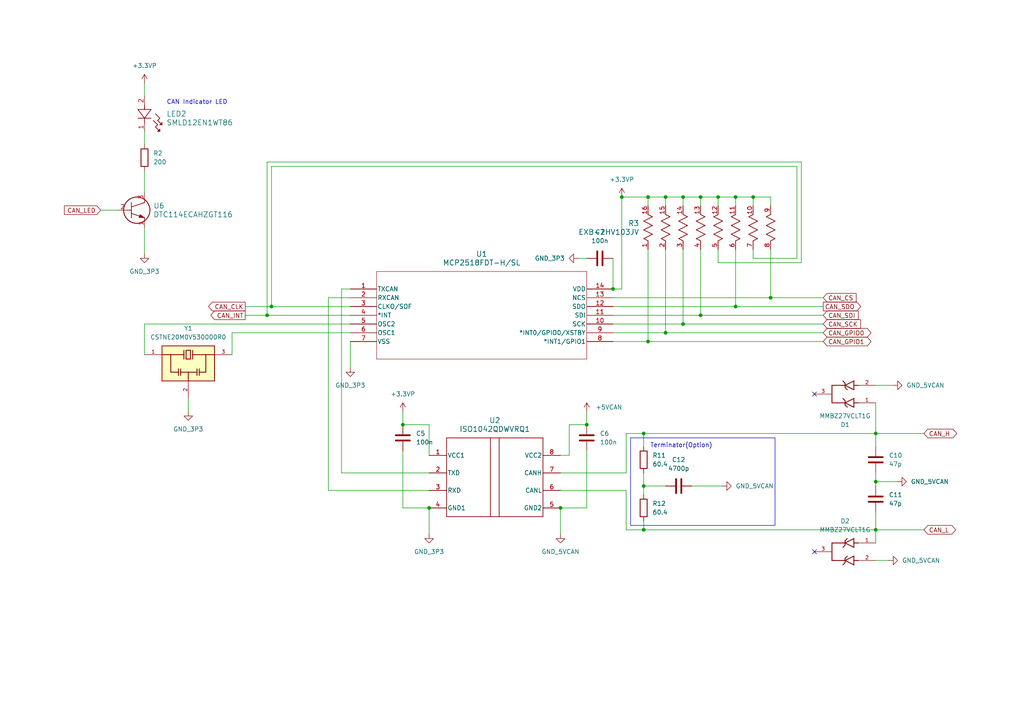
<source format=kicad_sch>
(kicad_sch (version 20250114) (generator "eeschema") (generator_version "9.0")
  (paper "A4")
  (title_block (title "CAN Isolation_Power Board") (date "2025-09-09") (rev "Ver.1.0") (company "ISHI-Kai"))
  (lib_symbols
    (symbol "CSTNE20M0V530000R0:CSTNE20M0V530000R0" (pin_names (offset 1.016))
      (property "Reference" "Y" (at -7.62 6.35 0))
      (property "Value" "CSTNE20M0V530000R0" (at 1.27 -6.35 0))
      (symbol "CSTNE20M0V530000R0_0_0"
        (polyline (pts (xy -7.62 2.54) (xy -5.08 2.54)) (stroke (width 0.254)))
        (rectangle (start -7.62 -5.08) (end 7.62 5.08) (stroke (width 0.254)) (fill (type background)))
        (polyline (pts (xy -5.08 2.54) (xy -1.27 2.54)) (stroke (width 0.254)))
        (polyline (pts (xy -5.08 -2.54) (xy -5.08 2.54)) (stroke (width 0.254)))
        (polyline (pts (xy -2.8575 -1.5875) (xy -2.8575 -2.54)) (stroke (width 0.254)))
        (polyline (pts (xy -2.8575 -2.54) (xy -5.08 -2.54)) (stroke (width 0.254)))
        (polyline (pts (xy -2.8575 -2.54) (xy -2.8575 -3.4925)) (stroke (width 0.254)))
        (polyline (pts (xy -2.2225 -1.5875) (xy -2.2225 -2.54)) (stroke (width 0.254)))
        (polyline (pts (xy -2.2225 -2.54) (xy -2.2225 -3.4925)) (stroke (width 0.254)))
        (polyline (pts (xy -1.27 3.81) (xy -1.27 2.54)) (stroke (width 0.254)))
        (polyline (pts (xy -1.27 2.54) (xy -1.27 1.27)) (stroke (width 0.254)))
        (polyline (pts (xy -0.635 3.81) (xy 0.635 3.81)) (stroke (width 0.254)))
        (polyline (pts (xy -0.635 1.27) (xy -0.635 3.81)) (stroke (width 0.254)))
        (polyline (pts (xy 0 -2.54) (xy -2.2225 -2.54)) (stroke (width 0.254)))
        (polyline (pts (xy 0 -2.54) (xy 2.54 -2.54)) (stroke (width 0.254)))
        (polyline (pts (xy 0 -5.08) (xy 0 -2.54)) (stroke (width 0.254)))
        (polyline (pts (xy 0.635 3.81) (xy 0.635 1.27)) (stroke (width 0.254)))
        (polyline (pts (xy 0.635 1.27) (xy -0.635 1.27)) (stroke (width 0.254)))
        (polyline (pts (xy 1.27 3.81) (xy 1.27 2.54)) (stroke (width 0.254)))
        (polyline (pts (xy 1.27 2.54) (xy 1.27 1.27)) (stroke (width 0.254)))
        (polyline (pts (xy 1.27 2.54) (xy 5.08 2.54)) (stroke (width 0.254)))
        (polyline (pts (xy 2.54 -1.5875) (xy 2.54 -2.54)) (stroke (width 0.254)))
        (polyline (pts (xy 2.54 -2.54) (xy 2.54 -3.4925)) (stroke (width 0.254)))
        (polyline (pts (xy 3.175 -1.5875) (xy 3.175 -2.54)) (stroke (width 0.254)))
        (polyline (pts (xy 3.175 -2.54) (xy 3.175 -3.4925)) (stroke (width 0.254)))
        (polyline (pts (xy 3.175 -2.54) (xy 5.08 -2.54)) (stroke (width 0.254)))
        (polyline (pts (xy 5.08 2.54) (xy 7.62 2.54)) (stroke (width 0.254)))
        (polyline (pts (xy 5.08 -2.54) (xy 5.08 2.54)) (stroke (width 0.254)))
        (pin input line (at -12.7 2.54 0) (length 5.08) (name "~") (number "1"))
        (pin power_in line (at 0 -10.16 90) (length 5.08) (name "~") (number "2"))
        (pin output line (at 12.7 2.54 180) (length 5.08) (name "~") (number "3"))
      )
    )
    (symbol "DTC114ECAHZGT116:DTC114ECAHZGT116" (pin_names (offset 0.254))
      (property "Reference" "R13" (at 10.16 1.2701 0))
      (property "Value" "DTC114ECAHZGT116" (at 10.16 -1.2699 0))
      (symbol "DTC114ECAHZGT116_0_1"
        (polyline (pts (xy 2.54 0) (xy 3.81 0)) (stroke (width 0.2032)))
        (polyline (pts (xy 3.81 0.9398) (xy 7.62 2.2098)) (stroke (width 0.2032)))
        (polyline (pts (xy 3.81 -0.9398) (xy 7.62 -2.2098)) (stroke (width 0.2032)))
        (polyline (pts (xy 3.81 -2.2098) (xy 3.81 2.2098)) (stroke (width 0.2032)))
        (circle (center 5.3848 0) (radius 3.81) (stroke (width 0.254)))
        (polyline (pts (xy 6.0198 -2.2098) (xy 6.35 -1.27) (xy 7.62 -2.2098)) (fill (type outline)))
        (polyline (pts (xy 7.62 2.2098) (xy 7.62 2.54)) (stroke (width 0.2032)))
        (polyline (pts (xy 7.62 -2.54) (xy 7.62 -2.2098)) (stroke (width 0.2032)))
        (pin unspecified line (at 7.62 5.08 270) (length 2.54) (name "") (number "3"))
      )
      (symbol "DTC114ECAHZGT116_1_1"
        (pin unspecified line (at 0 0 0) (length 2.54) (name "") (number "2"))
        (pin unspecified line (at 7.62 -5.08 90) (length 2.54) (name "") (number "1"))
      )
    )
    (symbol "Device:C" (pin_numbers (hide yes)) (pin_names (offset 0.254))
      (property "Reference" "C" (at 0.635 2.54 0))
      (property "Value" "C" (at 0.635 -2.54 0))
      (symbol "C_0_1"
        (polyline (pts (xy -2.032 0.762) (xy 2.032 0.762)) (stroke (width 0.508)))
        (polyline (pts (xy -2.032 -0.762) (xy 2.032 -0.762)) (stroke (width 0.508)))
      )
      (symbol "C_1_1"
        (pin passive line (at 0 3.81 270) (length 2.794) (name "~") (number "1"))
        (pin passive line (at 0 -3.81 90) (length 2.794) (name "~") (number "2"))
      )
    )
    (symbol "Device:R" (pin_numbers (hide yes)) (pin_names (offset 0))
      (property "Reference" "R" (at 2.032 0 90))
      (property "Value" "R" (at 0 0 90))
      (symbol "R_0_1"
        (rectangle (start -1.016 -2.54) (end 1.016 2.54) (stroke (width 0.254)))
      )
      (symbol "R_1_1"
        (pin passive line (at 0 3.81 270) (length 1.27) (name "~") (number "1"))
        (pin passive line (at 0 -3.81 90) (length 1.27) (name "~") (number "2"))
      )
    )
    (symbol "EXB_2HV103JV:EXB-2HV103JV" (pin_names (offset 0.254))
      (property "Reference" "R" (at 7.62 -12.7 0))
      (property "Value" "EXB-2HV103JV" (at 7.62 -15.24 0))
      (symbol "EXB-2HV103JV_0_1"
        (polyline (pts (xy 2.54 0) (xy 3.175 1.27)) (stroke (width 0.2032)))
        (polyline (pts (xy 2.54 -5.08) (xy 3.175 -3.81)) (stroke (width 0.2032)))
        (polyline (pts (xy 2.54 -10.16) (xy 3.175 -8.89)) (stroke (width 0.2032)))
        (polyline (pts (xy 2.54 -15.24) (xy 3.175 -13.97)) (stroke (width 0.2032)))
        (polyline (pts (xy 3.175 1.27) (xy 4.445 -1.27)) (stroke (width 0.2032)))
        (polyline (pts (xy 3.175 -3.81) (xy 4.445 -6.35)) (stroke (width 0.2032)))
        (polyline (pts (xy 3.175 -8.89) (xy 4.445 -11.43)) (stroke (width 0.2032)))
        (polyline (pts (xy 3.175 -13.97) (xy 4.445 -16.51)) (stroke (width 0.2032)))
        (polyline (pts (xy 3.175 -21.59) (xy 2.54 -20.32)) (stroke (width 0.2032)))
        (polyline (pts (xy 3.175 -26.67) (xy 2.54 -25.4)) (stroke (width 0.2032)))
        (polyline (pts (xy 3.175 -31.75) (xy 2.54 -30.48)) (stroke (width 0.2032)))
        (polyline (pts (xy 3.175 -36.83) (xy 2.54 -35.56)) (stroke (width 0.2032)))
        (polyline (pts (xy 4.445 -1.27) (xy 5.715 1.27)) (stroke (width 0.2032)))
        (polyline (pts (xy 4.445 -6.35) (xy 5.715 -3.81)) (stroke (width 0.2032)))
        (polyline (pts (xy 4.445 -11.43) (xy 5.715 -8.89)) (stroke (width 0.2032)))
        (polyline (pts (xy 4.445 -16.51) (xy 5.715 -13.97)) (stroke (width 0.2032)))
        (polyline (pts (xy 4.445 -19.05) (xy 3.175 -21.59)) (stroke (width 0.2032)))
        (polyline (pts (xy 4.445 -24.13) (xy 3.175 -26.67)) (stroke (width 0.2032)))
        (polyline (pts (xy 4.445 -29.21) (xy 3.175 -31.75)) (stroke (width 0.2032)))
        (polyline (pts (xy 4.445 -34.29) (xy 3.175 -36.83)) (stroke (width 0.2032)))
        (polyline (pts (xy 5.715 1.27) (xy 6.985 -1.27)) (stroke (width 0.2032)))
        (polyline (pts (xy 5.715 -3.81) (xy 6.985 -6.35)) (stroke (width 0.2032)))
        (polyline (pts (xy 5.715 -8.89) (xy 6.985 -11.43)) (stroke (width 0.2032)))
        (polyline (pts (xy 5.715 -13.97) (xy 6.985 -16.51)) (stroke (width 0.2032)))
        (polyline (pts (xy 5.715 -21.59) (xy 4.445 -19.05)) (stroke (width 0.2032)))
        (polyline (pts (xy 5.715 -26.67) (xy 4.445 -24.13)) (stroke (width 0.2032)))
        (polyline (pts (xy 5.715 -31.75) (xy 4.445 -29.21)) (stroke (width 0.2032)))
        (polyline (pts (xy 5.715 -36.83) (xy 4.445 -34.29)) (stroke (width 0.2032)))
        (polyline (pts (xy 6.985 -1.27) (xy 8.255 1.27)) (stroke (width 0.2032)))
        (polyline (pts (xy 6.985 -6.35) (xy 8.255 -3.81)) (stroke (width 0.2032)))
        (polyline (pts (xy 6.985 -11.43) (xy 8.255 -8.89)) (stroke (width 0.2032)))
        (polyline (pts (xy 6.985 -16.51) (xy 8.255 -13.97)) (stroke (width 0.2032)))
        (polyline (pts (xy 6.985 -19.05) (xy 5.715 -21.59)) (stroke (width 0.2032)))
        (polyline (pts (xy 6.985 -24.13) (xy 5.715 -26.67)) (stroke (width 0.2032)))
        (polyline (pts (xy 6.985 -29.21) (xy 5.715 -31.75)) (stroke (width 0.2032)))
        (polyline (pts (xy 6.985 -34.29) (xy 5.715 -36.83)) (stroke (width 0.2032)))
        (polyline (pts (xy 8.255 1.27) (xy 9.525 -1.27)) (stroke (width 0.2032)))
        (polyline (pts (xy 8.255 -3.81) (xy 9.525 -6.35)) (stroke (width 0.2032)))
        (polyline (pts (xy 8.255 -8.89) (xy 9.525 -11.43)) (stroke (width 0.2032)))
        (polyline (pts (xy 8.255 -13.97) (xy 9.525 -16.51)) (stroke (width 0.2032)))
        (polyline (pts (xy 8.255 -21.59) (xy 6.985 -19.05)) (stroke (width 0.2032)))
        (polyline (pts (xy 8.255 -26.67) (xy 6.985 -24.13)) (stroke (width 0.2032)))
        (polyline (pts (xy 8.255 -31.75) (xy 6.985 -29.21)) (stroke (width 0.2032)))
        (polyline (pts (xy 8.255 -36.83) (xy 6.985 -34.29)) (stroke (width 0.2032)))
        (polyline (pts (xy 9.525 -1.27) (xy 10.16 0)) (stroke (width 0.2032)))
        (polyline (pts (xy 9.525 -6.35) (xy 10.16 -5.08)) (stroke (width 0.2032)))
        (polyline (pts (xy 9.525 -11.43) (xy 10.16 -10.16)) (stroke (width 0.2032)))
        (polyline (pts (xy 9.525 -16.51) (xy 10.16 -15.24)) (stroke (width 0.2032)))
        (polyline (pts (xy 9.525 -19.05) (xy 8.255 -21.59)) (stroke (width 0.2032)))
        (polyline (pts (xy 9.525 -24.13) (xy 8.255 -26.67)) (stroke (width 0.2032)))
        (polyline (pts (xy 9.525 -29.21) (xy 8.255 -31.75)) (stroke (width 0.2032)))
        (polyline (pts (xy 9.525 -34.29) (xy 8.255 -36.83)) (stroke (width 0.2032)))
        (polyline (pts (xy 10.16 -20.32) (xy 9.525 -19.05)) (stroke (width 0.2032)))
        (polyline (pts (xy 10.16 -25.4) (xy 9.525 -24.13)) (stroke (width 0.2032)))
        (polyline (pts (xy 10.16 -30.48) (xy 9.525 -29.21)) (stroke (width 0.2032)))
        (polyline (pts (xy 10.16 -35.56) (xy 9.525 -34.29)) (stroke (width 0.2032)))
        (pin unspecified line (at 0 0 0) (length 2.54) (name "") (number "1"))
        (pin unspecified line (at 0 -5.08 0) (length 2.54) (name "") (number "2"))
        (pin unspecified line (at 0 -10.16 0) (length 2.54) (name "") (number "3"))
        (pin unspecified line (at 0 -15.24 0) (length 2.54) (name "") (number "4"))
        (pin unspecified line (at 0 -20.32 0) (length 2.54) (name "") (number "5"))
        (pin unspecified line (at 0 -25.4 0) (length 2.54) (name "") (number "6"))
        (pin unspecified line (at 0 -30.48 0) (length 2.54) (name "") (number "7"))
        (pin unspecified line (at 0 -35.56 0) (length 2.54) (name "") (number "8"))
        (pin unspecified line (at 12.7 0 180) (length 2.54) (name "") (number "16"))
        (pin unspecified line (at 12.7 -5.08 180) (length 2.54) (name "") (number "15"))
        (pin unspecified line (at 12.7 -10.16 180) (length 2.54) (name "") (number "14"))
        (pin unspecified line (at 12.7 -15.24 180) (length 2.54) (name "") (number "13"))
        (pin unspecified line (at 12.7 -20.32 180) (length 2.54) (name "") (number "12"))
        (pin unspecified line (at 12.7 -25.4 180) (length 2.54) (name "") (number "11"))
        (pin unspecified line (at 12.7 -30.48 180) (length 2.54) (name "") (number "10"))
        (pin unspecified line (at 12.7 -35.56 180) (length 2.54) (name "") (number "9"))
      )
    )
    (symbol "ISO1042QDWVRQ1:ISO1042QDWVRQ1" (pin_names (offset 0.254))
      (property "Reference" "U" (at 0 2.54 0))
      (property "Value" "ISO1042QDWVRQ1" (at 0 0 0))
      (symbol "ISO1042QDWVRQ1_0_1"
        (polyline (pts (xy 5.08 5.08) (xy 5.08 -17.78)) (stroke (width 0.2032)))
        (polyline (pts (xy 5.08 -17.78) (xy 33.02 -17.78)) (stroke (width 0.2032)))
        (polyline (pts (xy 17.78 5.08) (xy 17.78 -17.78)) (stroke (width 0.2032)))
        (polyline (pts (xy 20.32 5.08) (xy 20.32 -17.78)) (stroke (width 0.2032)))
        (polyline (pts (xy 33.02 5.08) (xy 5.08 5.08)) (stroke (width 0.2032)))
        (polyline (pts (xy 33.02 -17.78) (xy 33.02 5.08)) (stroke (width 0.2032)))
        (pin power_in line (at 0 0 0) (length 5.08) (name "VCC1") (number "1"))
        (pin input line (at 0 -5.08 0) (length 5.08) (name "TXD") (number "2"))
        (pin output line (at 0 -10.16 0) (length 5.08) (name "RXD") (number "3"))
        (pin power_in line (at 0 -15.24 0) (length 5.08) (name "GND1") (number "4"))
        (pin power_in line (at 38.1 0 180) (length 5.08) (name "VCC2") (number "8"))
        (pin bidirectional line (at 38.1 -5.08 180) (length 5.08) (name "CANH") (number "7"))
        (pin bidirectional line (at 38.1 -10.16 180) (length 5.08) (name "CANL") (number "6"))
        (pin power_in line (at 38.1 -15.24 180) (length 5.08) (name "GND2") (number "5"))
      )
    )
    (symbol "MCP2518FDT_H_SL:MCP2518FDT-H_SL" (pin_names (offset 0.254))
      (property "Reference" "U" (at 38.1 10.16 0))
      (property "Value" "MCP2518FDT-H/SL" (at 38.1 7.62 0))
      (symbol "MCP2518FDT-H_SL_0_1"
        (polyline (pts (xy 7.62 5.08) (xy 7.62 -20.32)) (stroke (width 0.127)))
        (polyline (pts (xy 7.62 -20.32) (xy 68.58 -20.32)) (stroke (width 0.127)))
        (polyline (pts (xy 68.58 5.08) (xy 7.62 5.08)) (stroke (width 0.127)))
        (polyline (pts (xy 68.58 -20.32) (xy 68.58 5.08)) (stroke (width 0.127)))
        (pin output line (at 0 0 0) (length 7.62) (name "TXCAN") (number "1"))
        (pin input line (at 0 -2.54 0) (length 7.62) (name "RXCAN") (number "2"))
        (pin output line (at 0 -5.08 0) (length 7.62) (name "CLKO/SOF") (number "3"))
        (pin output line (at 0 -7.62 0) (length 7.62) (name "*INT") (number "4"))
        (pin output line (at 0 -10.16 0) (length 7.62) (name "OSC2") (number "5"))
        (pin input line (at 0 -12.7 0) (length 7.62) (name "OSC1") (number "6"))
        (pin power_out line (at 0 -15.24 0) (length 7.62) (name "VSS") (number "7"))
        (pin power_in line (at 76.2 0 180) (length 7.62) (name "VDD") (number "14"))
        (pin input line (at 76.2 -2.54 180) (length 7.62) (name "NCS") (number "13"))
        (pin output line (at 76.2 -5.08 180) (length 7.62) (name "SDO") (number "12"))
        (pin input line (at 76.2 -7.62 180) (length 7.62) (name "SDI") (number "11"))
        (pin input line (at 76.2 -10.16 180) (length 7.62) (name "SCK") (number "10"))
        (pin bidirectional line (at 76.2 -12.7 180) (length 7.62) (name "*INT0/GPIO0/XSTBY") (number "9"))
        (pin bidirectional line (at 76.2 -15.24 180) (length 7.62) (name "*INT1/GPIO1") (number "8"))
      )
    )
    (symbol "MMBZ27VCLT1G:MMBZ27VCLT1G" (pin_names (offset 1.016))
      (property "Reference" "D" (at -7.62 5.08 0))
      (property "Value" "MMBZ27VCLT1G" (at -7.62 -6.35 0))
      (symbol "MMBZ27VCLT1G_0_0"
        (polyline (pts (xy -2.54 2.54) (xy -1.27 2.54)) (stroke (width 0.254)))
        (polyline (pts (xy -2.54 -2.54) (xy -1.27 -2.54)) (stroke (width 0.254)))
        (polyline (pts (xy -1.27 3.81) (xy -1.27 2.54)) (stroke (width 0.254)))
        (polyline (pts (xy -1.27 2.54) (xy -1.27 1.27)) (stroke (width 0.254)))
        (polyline (pts (xy -1.27 1.27) (xy 1.27 2.54)) (stroke (width 0.254)))
        (polyline (pts (xy -1.27 -1.27) (xy -1.27 -2.54)) (stroke (width 0.254)))
        (polyline (pts (xy -1.27 -2.54) (xy -1.27 -3.81)) (stroke (width 0.254)))
        (polyline (pts (xy -1.27 -3.81) (xy 1.27 -2.54)) (stroke (width 0.254)))
        (polyline (pts (xy 0.635 3.81) (xy 1.27 3.175)) (stroke (width 0.254)))
        (polyline (pts (xy 0.635 -1.27) (xy 1.27 -1.905)) (stroke (width 0.254)))
        (polyline (pts (xy 1.27 3.175) (xy 1.27 2.54)) (stroke (width 0.254)))
        (polyline (pts (xy 1.27 2.54) (xy -1.27 3.81)) (stroke (width 0.254)))
        (polyline (pts (xy 1.27 2.54) (xy 1.27 1.905)) (stroke (width 0.254)))
        (polyline (pts (xy 1.27 1.905) (xy 1.905 1.27)) (stroke (width 0.254)))
        (polyline (pts (xy 1.27 -1.905) (xy 1.27 -2.54)) (stroke (width 0.254)))
        (polyline (pts (xy 1.27 -2.54) (xy -1.27 -1.27)) (stroke (width 0.254)))
        (polyline (pts (xy 1.27 -2.54) (xy 1.27 -3.175)) (stroke (width 0.254)))
        (polyline (pts (xy 1.27 -3.175) (xy 1.905 -3.81)) (stroke (width 0.254)))
        (polyline (pts (xy 5.08 2.54) (xy 1.27 2.54)) (stroke (width 0.254)))
        (polyline (pts (xy 5.08 2.54) (xy 5.08 -2.54)) (stroke (width 0.254)))
        (polyline (pts (xy 5.08 -2.54) (xy 1.27 -2.54)) (stroke (width 0.254)))
        (pin passive line (at -7.62 2.54 0) (length 5.08) (name "~") (number "1"))
        (pin passive line (at -7.62 -2.54 0) (length 5.08) (name "~") (number "2"))
        (pin passive line (at 10.16 0 180) (length 5.08) (name "~") (number "3"))
      )
    )
    (symbol "SMLD12EN1WT86:SMLD12EN1WT86" (pin_names (offset 0.254))
      (property "Reference" "R" (at 5.08 -4.445 0))
      (property "Value" "SMLD12EN1WT86" (at 5.08 -7.62 0))
      (symbol "SMLD12EN1WT86_1_1"
        (polyline (pts (xy 2.54 0) (xy 3.4798 0)) (stroke (width 0.2032)))
        (polyline (pts (xy 3.175 0) (xy 3.81 0)) (stroke (width 0.2032)))
        (polyline (pts (xy 3.81 1.905) (xy 3.81 -1.905)) (stroke (width 0.2032)))
        (polyline (pts (xy 3.81 -1.905) (xy 6.35 0)) (stroke (width 0.2032)))
        (polyline (pts (xy 5.08 3.175) (xy 6.35 4.445)) (stroke (width 0.2032)))
        (polyline (pts (xy 6.35 4.445) (xy 6.985 3.81)) (stroke (width 0.2032)))
        (polyline (pts (xy 6.35 0) (xy 3.81 1.905)) (stroke (width 0.2032)))
        (polyline (pts (xy 6.35 0) (xy 7.62 0)) (stroke (width 0.2032)))
        (polyline (pts (xy 6.35 -1.905) (xy 6.35 1.905)) (stroke (width 0.2032)))
        (polyline (pts (xy 6.985 3.81) (xy 8.255 5.08)) (stroke (width 0.2032)))
        (polyline (pts (xy 6.985 2.54) (xy 8.255 3.81)) (stroke (width 0.2032)))
        (polyline (pts (xy 7.62 5.08) (xy 8.255 4.445)) (stroke (width 0.2032)))
        (polyline (pts (xy 8.255 5.08) (xy 7.62 5.08)) (stroke (width 0.2032)))
        (polyline (pts (xy 8.255 4.445) (xy 8.255 5.08)) (stroke (width 0.2032)))
        (polyline (pts (xy 8.255 3.81) (xy 8.89 3.175)) (stroke (width 0.2032)))
        (polyline (pts (xy 8.89 3.175) (xy 10.16 4.445)) (stroke (width 0.2032)))
        (polyline (pts (xy 9.525 4.445) (xy 10.16 3.81)) (stroke (width 0.2032)))
        (polyline (pts (xy 10.16 4.445) (xy 9.525 4.445)) (stroke (width 0.2032)))
        (polyline (pts (xy 10.16 3.81) (xy 10.16 4.445)) (stroke (width 0.2032)))
        (pin unspecified line (at 0 0 0) (length 2.54) (name "") (number "2"))
        (pin unspecified line (at 10.16 0 180) (length 2.54) (name "") (number "1"))
      )
      (symbol "SMLD12EN1WT86_1_2"
        (polyline (pts (xy -5.08 8.255) (xy -5.08 7.62)) (stroke (width 0.2032)))
        (polyline (pts (xy -5.08 7.62) (xy -4.445 8.255)) (stroke (width 0.2032)))
        (polyline (pts (xy -4.445 10.16) (xy -4.445 9.525)) (stroke (width 0.2032)))
        (polyline (pts (xy -4.445 9.525) (xy -3.81 10.16)) (stroke (width 0.2032)))
        (polyline (pts (xy -4.445 8.255) (xy -5.08 8.255)) (stroke (width 0.2032)))
        (polyline (pts (xy -4.445 6.35) (xy -3.81 6.985)) (stroke (width 0.2032)))
        (polyline (pts (xy -3.81 10.16) (xy -4.445 10.16)) (stroke (width 0.2032)))
        (polyline (pts (xy -3.81 8.255) (xy -3.175 8.89)) (stroke (width 0.2032)))
        (polyline (pts (xy -3.81 6.985) (xy -5.08 8.255)) (stroke (width 0.2032)))
        (polyline (pts (xy -3.175 8.89) (xy -4.445 10.16)) (stroke (width 0.2032)))
        (polyline (pts (xy -3.175 5.08) (xy -4.445 6.35)) (stroke (width 0.2032)))
        (polyline (pts (xy -2.54 6.985) (xy -3.81 8.255)) (stroke (width 0.2032)))
        (polyline (pts (xy -1.905 3.81) (xy 1.905 3.81)) (stroke (width 0.2032)))
        (polyline (pts (xy 0 6.35) (xy -1.905 3.81)) (stroke (width 0.2032)))
        (polyline (pts (xy 0 6.35) (xy 0 7.62)) (stroke (width 0.2032)))
        (polyline (pts (xy 0 3.175) (xy 0 3.81)) (stroke (width 0.2032)))
        (polyline (pts (xy 0 2.54) (xy 0 3.4798)) (stroke (width 0.2032)))
        (polyline (pts (xy 1.905 6.35) (xy -1.905 6.35)) (stroke (width 0.2032)))
        (polyline (pts (xy 1.905 3.81) (xy 0 6.35)) (stroke (width 0.2032)))
        (pin unspecified line (at 0 10.16 270) (length 2.54) (name "") (number "1"))
        (pin unspecified line (at 0 0 90) (length 2.54) (name "") (number "2"))
      )
    )
    (symbol "power:+3.3VP" (power) (pin_numbers (hide yes)) (pin_names (offset 0) (hide yes))
      (property "Value" "+3.3VP" (at 0 3.556 0))
      (symbol "+3.3VP_0_0"
        (pin power_in line (at 0 0 90) (length 0) (name "~") (number "1"))
      )
      (symbol "+3.3VP_0_1"
        (polyline (pts (xy -0.762 1.27) (xy 0 2.54)))
        (polyline (pts (xy 0 2.54) (xy 0.762 1.27)))
        (polyline (pts (xy 0 0) (xy 0 2.54)))
      )
    )
    (symbol "power:+5C" (power) (pin_numbers (hide yes)) (pin_names (offset 0) (hide yes))
      (property "Value" "+5C" (at 0 3.556 0))
      (symbol "+5C_0_1"
        (polyline (pts (xy -0.762 1.27) (xy 0 2.54)))
        (polyline (pts (xy 0 2.54) (xy 0.762 1.27)))
        (polyline (pts (xy 0 0) (xy 0 2.54)))
      )
      (symbol "+5C_1_1"
        (pin power_in line (at 0 0 90) (length 0) (name "~") (number "1"))
      )
    )
    (symbol "power:GND1" (power) (pin_numbers (hide yes)) (pin_names (offset 0) (hide yes))
      (property "Value" "GND1" (at 0 -3.81 0))
      (symbol "GND1_0_1"
        (polyline (pts (xy 0 0) (xy 0 -1.27) (xy 1.27 -1.27) (xy 0 -2.54) (xy -1.27 -1.27) (xy 0 -1.27)))
      )
      (symbol "GND1_1_1"
        (pin power_in line (at 0 0 270) (length 0) (name "~") (number "1"))
      )
    )
    (symbol "power:GND2" (power) (pin_numbers (hide yes)) (pin_names (offset 0) (hide yes))
      (property "Value" "GND2" (at 0 -3.81 0))
      (symbol "GND2_0_1"
        (polyline (pts (xy 0 0) (xy 0 -1.27) (xy 1.27 -1.27) (xy 0 -2.54) (xy -1.27 -1.27) (xy 0 -1.27)))
      )
      (symbol "GND2_1_1"
        (pin power_in line (at 0 0 270) (length 0) (name "~") (number "1"))
      )
    )
  )
  (rectangle (start 182.88 127) (end 224.79 152.4))
  (text "CAN Indicator LED" (at 57.15 29.718 0) (effects (font (size 1.27 1.27))))
  (text "Terminator(Option)" (at 197.612 129.286 0) (effects (font (size 1.27 1.27))))
  (junction (at 116.84 123.19))
  (junction (at 203.2 91.44))
  (junction (at 193.04 96.52))
  (junction (at 208.28 57.15))
  (junction (at 254 139.7))
  (junction (at 180.34 57.15))
  (junction (at 198.12 57.15))
  (junction (at 78.74 88.9))
  (junction (at 254 153.67))
  (junction (at 186.69 153.67))
  (junction (at 124.46 147.32))
  (junction (at 213.36 57.15))
  (junction (at 177.8 83.82))
  (junction (at 187.96 99.06))
  (junction (at 186.69 125.73))
  (junction (at 193.04 57.15))
  (junction (at 218.44 57.15))
  (junction (at 187.96 57.15))
  (junction (at 203.2 57.15))
  (junction (at 223.52 86.36))
  (junction (at 213.36 88.9))
  (junction (at 198.12 93.98))
  (junction (at 162.56 147.32))
  (junction (at 77.47 91.44))
  (junction (at 254 125.73))
  (junction (at 170.18 123.19))
  (junction (at 186.69 140.97))
  (no_connect (at 236.22 160.02))
  (no_connect (at 236.22 114.3))
  (wire (pts (xy 116.84 123.19) (xy 124.46 123.19)))
  (wire (pts (xy 254 125.73) (xy 254 129.54)))
  (wire (pts (xy 71.12 88.9) (xy 78.74 88.9)))
  (wire (pts (xy 203.2 72.39) (xy 203.2 91.44)))
  (wire (pts (xy 223.52 72.39) (xy 223.52 86.36)))
  (wire (pts (xy 180.34 83.82) (xy 177.8 83.82)))
  (wire (pts (xy 254 148.59) (xy 254 153.67)))
  (wire (pts (xy 208.28 57.15) (xy 213.36 57.15)))
  (wire (pts (xy 254 125.73) (xy 267.97 125.73)))
  (wire (pts (xy 54.61 115.57) (xy 54.61 119.38)))
  (wire (pts (xy 193.04 72.39) (xy 193.04 96.52)))
  (wire (pts (xy 41.91 49.53) (xy 41.91 55.88)))
  (wire (pts (xy 254 162.56) (xy 257.81 162.56)))
  (wire (pts (xy 208.28 76.2) (xy 232.41 76.2)))
  (wire (pts (xy 218.44 57.15) (xy 223.52 57.15)))
  (wire (pts (xy 177.8 99.06) (xy 187.96 99.06)))
  (wire (pts (xy 41.91 102.87) (xy 41.91 93.98)))
  (wire (pts (xy 186.69 140.97) (xy 193.04 140.97)))
  (wire (pts (xy 223.52 86.36) (xy 238.76 86.36)))
  (wire (pts (xy 186.69 140.97) (xy 186.69 143.51)))
  (wire (pts (xy 180.34 57.15) (xy 187.96 57.15)))
  (wire (pts (xy 213.36 72.39) (xy 213.36 88.9)))
  (wire (pts (xy 124.46 132.08) (xy 124.46 123.19)))
  (wire (pts (xy 181.61 153.67) (xy 181.61 142.24)))
  (wire (pts (xy 99.06 83.82) (xy 101.6 83.82)))
  (wire (pts (xy 170.18 147.32) (xy 162.56 147.32)))
  (wire (pts (xy 254 139.7) (xy 260.35 139.7)))
  (wire (pts (xy 101.6 96.52) (xy 67.31 96.52)))
  (wire (pts (xy 203.2 57.15) (xy 208.28 57.15)))
  (wire (pts (xy 198.12 57.15) (xy 198.12 59.69)))
  (wire (pts (xy 165.1 123.19) (xy 170.18 123.19)))
  (wire (pts (xy 187.96 57.15) (xy 193.04 57.15)))
  (wire (pts (xy 198.12 57.15) (xy 203.2 57.15)))
  (wire (pts (xy 203.2 57.15) (xy 203.2 59.69)))
  (wire (pts (xy 177.8 88.9) (xy 213.36 88.9)))
  (wire (pts (xy 116.84 147.32) (xy 124.46 147.32)))
  (wire (pts (xy 218.44 74.93) (xy 231.14 74.93)))
  (wire (pts (xy 170.18 130.81) (xy 170.18 147.32)))
  (wire (pts (xy 198.12 72.39) (xy 198.12 93.98)))
  (wire (pts (xy 223.52 59.69) (xy 223.52 57.15)))
  (wire (pts (xy 181.61 125.73) (xy 186.69 125.73)))
  (wire (pts (xy 177.8 86.36) (xy 223.52 86.36)))
  (wire (pts (xy 187.96 72.39) (xy 187.96 99.06)))
  (wire (pts (xy 71.12 91.44) (xy 77.47 91.44)))
  (wire (pts (xy 180.34 57.15) (xy 180.34 83.82)))
  (wire (pts (xy 41.91 66.04) (xy 41.91 73.66)))
  (wire (pts (xy 208.28 72.39) (xy 208.28 76.2)))
  (wire (pts (xy 67.31 96.52) (xy 67.31 102.87)))
  (wire (pts (xy 186.69 125.73) (xy 254 125.73)))
  (wire (pts (xy 177.8 93.98) (xy 198.12 93.98)))
  (wire (pts (xy 116.84 119.38) (xy 116.84 123.19)))
  (wire (pts (xy 77.47 91.44) (xy 101.6 91.44)))
  (wire (pts (xy 41.91 93.98) (xy 101.6 93.98)))
  (wire (pts (xy 101.6 99.06) (xy 101.6 106.68)))
  (wire (pts (xy 254 116.84) (xy 254 125.73)))
  (wire (pts (xy 162.56 137.16) (xy 181.61 137.16)))
  (wire (pts (xy 213.36 57.15) (xy 218.44 57.15)))
  (wire (pts (xy 99.06 137.16) (xy 99.06 83.82)))
  (wire (pts (xy 254 153.67) (xy 267.97 153.67)))
  (wire (pts (xy 213.36 88.9) (xy 238.76 88.9)))
  (wire (pts (xy 181.61 125.73) (xy 181.61 137.16)))
  (wire (pts (xy 78.74 88.9) (xy 101.6 88.9)))
  (wire (pts (xy 177.8 74.93) (xy 177.8 83.82)))
  (wire (pts (xy 254 139.7) (xy 254 140.97)))
  (wire (pts (xy 193.04 57.15) (xy 198.12 57.15)))
  (wire (pts (xy 208.28 57.15) (xy 208.28 59.69)))
  (wire (pts (xy 170.18 119.38) (xy 170.18 123.19)))
  (wire (pts (xy 232.41 76.2) (xy 232.41 46.99)))
  (wire (pts (xy 165.1 132.08) (xy 165.1 123.19)))
  (wire (pts (xy 77.47 46.99) (xy 77.47 91.44)))
  (wire (pts (xy 232.41 46.99) (xy 77.47 46.99)))
  (wire (pts (xy 254 111.76) (xy 259.08 111.76)))
  (wire (pts (xy 177.8 91.44) (xy 203.2 91.44)))
  (wire (pts (xy 29.21 60.96) (xy 34.29 60.96)))
  (wire (pts (xy 218.44 72.39) (xy 218.44 74.93)))
  (wire (pts (xy 187.96 57.15) (xy 187.96 59.69)))
  (wire (pts (xy 95.25 86.36) (xy 95.25 142.24)))
  (wire (pts (xy 167.64 74.93) (xy 170.18 74.93)))
  (wire (pts (xy 116.84 130.81) (xy 116.84 147.32)))
  (wire (pts (xy 186.69 153.67) (xy 254 153.67)))
  (wire (pts (xy 254 137.16) (xy 254 139.7)))
  (wire (pts (xy 162.56 147.32) (xy 162.56 154.94)))
  (wire (pts (xy 41.91 24.13) (xy 41.91 27.94)))
  (wire (pts (xy 162.56 142.24) (xy 181.61 142.24)))
  (wire (pts (xy 162.56 132.08) (xy 165.1 132.08)))
  (wire (pts (xy 101.6 86.36) (xy 95.25 86.36)))
  (wire (pts (xy 193.04 96.52) (xy 238.76 96.52)))
  (wire (pts (xy 41.91 38.1) (xy 41.91 41.91)))
  (wire (pts (xy 124.46 137.16) (xy 99.06 137.16)))
  (wire (pts (xy 181.61 153.67) (xy 186.69 153.67)))
  (wire (pts (xy 254 153.67) (xy 254 157.48)))
  (wire (pts (xy 186.69 137.16) (xy 186.69 140.97)))
  (wire (pts (xy 187.96 99.06) (xy 238.76 99.06)))
  (wire (pts (xy 231.14 74.93) (xy 231.14 48.26)))
  (wire (pts (xy 177.8 96.52) (xy 193.04 96.52)))
  (wire (pts (xy 186.69 151.13) (xy 186.69 153.67)))
  (wire (pts (xy 95.25 142.24) (xy 124.46 142.24)))
  (wire (pts (xy 203.2 91.44) (xy 238.76 91.44)))
  (wire (pts (xy 213.36 57.15) (xy 213.36 59.69)))
  (wire (pts (xy 186.69 125.73) (xy 186.69 129.54)))
  (wire (pts (xy 193.04 57.15) (xy 193.04 59.69)))
  (wire (pts (xy 218.44 57.15) (xy 218.44 59.69)))
  (wire (pts (xy 200.66 140.97) (xy 209.55 140.97)))
  (wire (pts (xy 78.74 48.26) (xy 78.74 88.9)))
  (wire (pts (xy 124.46 147.32) (xy 124.46 154.94)))
  (wire (pts (xy 198.12 93.98) (xy 238.76 93.98)))
  (wire (pts (xy 78.74 48.26) (xy 231.14 48.26)))
  (global_label "CAN_H" (shape bidirectional) (at 267.97 125.73 0) (property "Intersheetrefs" "${INTERSHEET_REFS}" (effects (hide yes))))
  (global_label "CAN_L" (shape bidirectional) (at 267.97 153.67 0) (property "Intersheetrefs" "${INTERSHEET_REFS}" (effects (hide yes))))
  (global_label "CAN_INT" (shape output) (at 71.12 91.44 180) (property "Intersheetrefs" "${INTERSHEET_REFS}" (effects (hide yes))))
  (global_label "CAN_CLK" (shape output) (at 71.12 88.9 180) (property "Intersheetrefs" "${INTERSHEET_REFS}" (effects (hide yes))))
  (global_label "CAN_GPIO1" (shape bidirectional) (at 238.76 99.06 0) (property "Intersheetrefs" "${INTERSHEET_REFS}" (effects (hide yes))))
  (global_label "CAN_GPIO0" (shape bidirectional) (at 238.76 96.52 0) (property "Intersheetrefs" "${INTERSHEET_REFS}" (effects (hide yes))))
  (global_label "CAN_SDI" (shape input) (at 238.76 91.44 0) (property "Intersheetrefs" "${INTERSHEET_REFS}" (effects (hide yes))))
  (global_label "CAN_SCK" (shape input) (at 238.76 93.98 0) (property "Intersheetrefs" "${INTERSHEET_REFS}" (effects (hide yes))))
  (global_label "CAN_SDO" (shape output) (at 238.76 88.9 0) (property "Intersheetrefs" "${INTERSHEET_REFS}" (effects (hide yes))))
  (global_label "CAN_CS" (shape input) (at 238.76 86.36 0) (property "Intersheetrefs" "${INTERSHEET_REFS}" (effects (hide yes))))
  (global_label "CAN_LED" (shape input) (at 29.21 60.96 180) (property "Intersheetrefs" "${INTERSHEET_REFS}" (effects (hide yes))))
  (symbol (lib_id "power:GND1") (at 54.61 119.38 0) (unit 1)
    (property "Reference" "#PWR014" (effects (hide yes)))
    (property "Value" "GND_3P3" (at 54.61 124.46 0))
    (property "Description" "Power symbol creates a global label with name \"GND1\" , ground" (effects (hide yes)))
  )
  (symbol (lib_id "power:GND1") (at 41.91 73.66 0) (unit 1)
    (property "Reference" "#PWR017" (effects (hide yes)))
    (property "Value" "GND_3P3" (at 41.91 78.74 0))
    (property "Description" "Power symbol creates a global label with name \"GND1\" , ground" (effects (hide yes)))
  )
  (symbol (lib_id "Device:R") (at 186.69 133.35 0) (unit 1)
    (property "Reference" "R11" (at 189.23 132.0799 0) (effects (justify left)))
    (property "Value" "60.4" (at 189.23 134.6199 0) (effects (justify left)))
    (property "Footprint" "Resistor_THT:R_Axial_DIN0207_L6.3mm_D2.5mm_P7.62mm_Horizontal" (effects (hide yes)))
    (property "Description" "Resistor" (effects (hide yes)))
  )
  (symbol (lib_id "MMBZ27VCLT1G:MMBZ27VCLT1G") (at 246.38 114.3 180) (unit 1)
    (property "Reference" "D1" (at 245.11 123.19 0))
    (property "Value" "MMBZ27VCLT1G" (at 245.11 120.65 0))
    (property "Footprint" "CAN_Isolation:SOT95P237X111-3N" (effects (hide yes)))
    (property "PARTREV" "17" (effects (hide yes)))
    (property "STANDARD" "IPC-7351B" (effects (hide yes)))
    (property "MAXIMUM_PACKAGE_HEIGHT" "1.11mm" (effects (hide yes)))
    (property "MANUFACTURER" "ON Semiconductor" (effects (hide yes)))
  )
  (symbol (lib_id "power:GND1") (at 167.64 74.93 270) (mirror x) (unit 1)
    (property "Reference" "#PWR013" (effects (hide yes)))
    (property "Value" "GND_3P3" (at 163.83 74.9299 90) (effects (justify right)))
    (property "Description" "Power symbol creates a global label with name \"GND1\" , ground" (effects (hide yes)))
  )
  (symbol (lib_id "power:GND2") (at 162.56 154.94 0) (unit 1)
    (property "Reference" "#PWR010" (effects (hide yes)))
    (property "Value" "GND_5VCAN" (at 162.56 160.02 0))
    (property "Description" "Power symbol creates a global label with name \"GND2\" , ground" (effects (hide yes)))
  )
  (symbol (lib_id "power:GND2") (at 259.08 111.76 90) (unit 1)
    (property "Reference" "#PWR022" (effects (hide yes)))
    (property "Value" "GND_5VCAN" (at 262.89 111.7599 90) (effects (justify right)))
    (property "Description" "Power symbol creates a global label with name \"GND2\" , ground" (effects (hide yes)))
  )
  (symbol (lib_id "power:GND2") (at 260.35 139.7 90) (unit 1)
    (property "Reference" "#PWR024" (effects (hide yes)))
    (property "Value" "GND_5VCAN" (at 264.16 139.6999 90) (effects (justify right)))
    (property "Description" "Power symbol creates a global label with name \"GND2\" , ground" (effects (hide yes)))
  )
  (symbol (lib_id "power:+3.3VP") (at 116.84 119.38 0) (unit 1)
    (property "Reference" "#PWR02" (effects (hide yes)))
    (property "Value" "+3.3VP" (at 116.84 114.3 0))
    (property "Description" "Power symbol creates a global label with name \"+3.3VP\"" (effects (hide yes)))
  )
  (symbol (lib_id "Device:C") (at 254 144.78 0) (unit 1)
    (property "Reference" "C11" (at 257.81 143.5099 0) (effects (justify left)))
    (property "Value" "47p" (at 257.81 146.0499 0) (effects (justify left)))
    (property "Footprint" "Capacitor_SMD:C_0603_1608Metric" (effects (hide yes)))
    (property "Description" "Unpolarized capacitor" (effects (hide yes)))
  )
  (symbol (lib_id "Device:C") (at 173.99 74.93 90) (unit 1)
    (property "Reference" "C7" (at 173.99 67.31 90))
    (property "Value" "100n" (at 173.99 69.85 90))
    (property "Footprint" "Capacitor_SMD:C_0603_1608Metric" (effects (hide yes)))
    (property "Description" "Unpolarized capacitor" (effects (hide yes)))
  )
  (symbol (lib_id "Device:C") (at 170.18 127 0) (unit 1)
    (property "Reference" "C6" (at 173.99 125.7299 0) (effects (justify left)))
    (property "Value" "100n" (at 173.99 128.2699 0) (effects (justify left)))
    (property "Footprint" "Capacitor_SMD:C_0603_1608Metric" (effects (hide yes)))
    (property "Description" "Unpolarized capacitor" (effects (hide yes)))
  )
  (symbol (lib_id "Device:C") (at 254 133.35 0) (unit 1)
    (property "Reference" "C10" (at 257.81 132.0799 0) (effects (justify left)))
    (property "Value" "47p" (at 257.81 134.6199 0) (effects (justify left)))
    (property "Footprint" "Capacitor_SMD:C_0603_1608Metric" (effects (hide yes)))
    (property "Description" "Unpolarized capacitor" (effects (hide yes)))
  )
  (symbol (lib_id "power:GND1") (at 124.46 154.94 0) (unit 1)
    (property "Reference" "#PWR011" (effects (hide yes)))
    (property "Value" "GND_3P3" (at 124.46 160.02 0))
    (property "Description" "Power symbol creates a global label with name \"GND1\" , ground" (effects (hide yes)))
  )
  (symbol (lib_id "Device:C") (at 116.84 127 0) (unit 1)
    (property "Reference" "C5" (at 120.65 125.7299 0) (effects (justify left)))
    (property "Value" "100n" (at 120.65 128.2699 0) (effects (justify left)))
    (property "Footprint" "Capacitor_SMD:C_0603_1608Metric" (effects (hide yes)))
    (property "Description" "Unpolarized capacitor" (effects (hide yes)))
  )
  (symbol (lib_id "DTC114ECAHZGT116:DTC114ECAHZGT116") (at 34.29 60.96 0) (unit 1)
    (property "Reference" "U6" (at 44.45 59.6899 0) (effects (font (size 1.524 1.524)) (justify left)))
    (property "Value" "DTC114ECAHZGT116" (at 44.45 62.2299 0) (effects (font (size 1.524 1.524)) (justify left)))
    (property "Footprint" "CAN_Isolation:TRANS_DTCZCAHZGT_ROM" (effects (hide yes)))
    (property "Datasheet" "DTC114ECAHZGT116" (effects (hide yes)))
  )
  (symbol (lib_id "Device:R") (at 186.69 147.32 0) (unit 1)
    (property "Reference" "R12" (at 189.23 146.0499 0) (effects (justify left)))
    (property "Value" "60.4" (at 189.23 148.5899 0) (effects (justify left)))
    (property "Footprint" "Resistor_THT:R_Axial_DIN0207_L6.3mm_D2.5mm_P7.62mm_Horizontal" (effects (hide yes)))
    (property "Description" "Resistor" (effects (hide yes)))
  )
  (symbol (lib_id "power:GND2") (at 257.81 162.56 90) (unit 1)
    (property "Reference" "#PWR023" (effects (hide yes)))
    (property "Value" "GND_5VCAN" (at 261.62 162.5599 90) (effects (justify right)))
    (property "Description" "Power symbol creates a global label with name \"GND2\" , ground" (effects (hide yes)))
  )
  (symbol (lib_id "ISO1042QDWVRQ1:ISO1042QDWVRQ1") (at 124.46 132.08 0) (unit 1)
    (property "Reference" "U2" (at 143.51 121.92 0) (effects (font (size 1.524 1.524))))
    (property "Value" "ISO1042QDWVRQ1" (at 143.51 124.46 0) (effects (font (size 1.524 1.524))))
    (property "Footprint" "CAN_Isolation:DWV0008A-IPC_A" (effects (hide yes)))
    (property "Datasheet" "https://www.ti.com/lit/gpn/iso1042-q1" (effects (hide yes)))
  )
  (symbol (lib_id "power:GND2") (at 209.55 140.97 90) (unit 1)
    (property "Reference" "#PWR021" (effects (hide yes)))
    (property "Value" "GND_5VCAN" (at 213.36 140.9699 90) (effects (justify right)))
    (property "Description" "Power symbol creates a global label with name \"GND2\" , ground" (effects (hide yes)))
  )
  (symbol (lib_id "power:+3.3VP") (at 180.34 57.15 0) (unit 1)
    (property "Reference" "#PWR06" (effects (hide yes)))
    (property "Value" "+3.3VP" (at 180.34 52.07 0))
    (property "Description" "Power symbol creates a global label with name \"+3.3VP\"" (effects (hide yes)))
  )
  (symbol (lib_id "EXB_2HV103JV:EXB-2HV103JV") (at 187.96 72.39 90) (unit 1)
    (property "Reference" "R3" (at 185.42 64.7699 90) (effects (font (size 1.524 1.524)) (justify left)))
    (property "Value" "EXB-2HV103JV" (at 185.42 67.3099 90) (effects (font (size 1.524 1.524)) (justify left)))
    (property "Footprint" "RES_EXB2HV" (effects (hide yes)))
    (property "Datasheet" "EXB-2HV103JV" (effects (hide yes)))
  )
  (symbol (lib_id "SMLD12EN1WT86:SMLD12EN1WT86") (at 41.91 27.94 270) (unit 1)
    (property "Reference" "LED2" (at 48.26 33.0199 90) (effects (font (size 1.524 1.524)) (justify left)))
    (property "Value" "SMLD12EN1WT86" (at 48.26 35.5599 90) (effects (font (size 1.524 1.524)) (justify left)))
    (property "Footprint" "CAN_Isolation:SMLD12EN1WT86" (effects (hide yes)))
    (property "Datasheet" "SMLD12EN1WT86" (effects (hide yes)))
  )
  (symbol (lib_id "power:+5C") (at 170.18 119.38 0) (unit 1)
    (property "Reference" "#PWR04" (effects (hide yes)))
    (property "Value" "+5VCAN" (at 172.72 118.1099 0) (effects (justify left)))
    (property "Description" "Power symbol creates a global label with name \"+5C\"" (effects (hide yes)))
  )
  (symbol (lib_id "power:+3.3VP") (at 41.91 24.13 0) (unit 1)
    (property "Reference" "#PWR016" (effects (hide yes)))
    (property "Value" "+3.3VP" (at 41.91 19.05 0))
    (property "Description" "Power symbol creates a global label with name \"+3.3VP\"" (effects (hide yes)))
  )
  (symbol (lib_id "power:GND1") (at 101.6 106.68 0) (unit 1)
    (property "Reference" "#PWR012" (effects (hide yes)))
    (property "Value" "GND_3P3" (at 101.6 111.76 0))
    (property "Description" "Power symbol creates a global label with name \"GND1\" , ground" (effects (hide yes)))
  )
  (symbol (lib_id "CSTNE20M0V530000R0:CSTNE20M0V530000R0") (at 54.61 105.41 0) (unit 1)
    (property "Reference" "Y1" (at 54.61 95.25 0))
    (property "Value" "CSTNE20M0V530000R0" (at 54.61 97.79 0))
    (property "Footprint" "CAN_Isolation:OSC_CSTNE20M0V530000R0" (effects (hide yes)))
    (property "PARTREV" "JGC42-8853B" (effects (hide yes)))
    (property "MANUFACTURER" "Murata" (effects (hide yes)))
    (property "MAXIMUM_PACKAGE_HEIGHT" "1mm" (effects (hide yes)))
    (property "STANDARD" "Manufacturer Recomendations" (effects (hide yes)))
  )
  (symbol (lib_id "MMBZ27VCLT1G:MMBZ27VCLT1G") (at 246.38 160.02 0) (mirror y) (unit 1)
    (property "Reference" "D2" (at 245.11 151.13 0))
    (property "Value" "MMBZ27VCLT1G" (at 245.11 153.67 0))
    (property "Footprint" "CAN_Isolation:SOT95P237X111-3N" (effects (hide yes)))
    (property "PARTREV" "17" (effects (hide yes)))
    (property "STANDARD" "IPC-7351B" (effects (hide yes)))
    (property "MAXIMUM_PACKAGE_HEIGHT" "1.11mm" (effects (hide yes)))
    (property "MANUFACTURER" "ON Semiconductor" (effects (hide yes)))
  )
  (symbol (lib_id "Device:C") (at 196.85 140.97 90) (unit 1)
    (property "Reference" "C12" (at 196.85 133.35 90))
    (property "Value" "4700p" (at 196.85 135.89 90))
    (property "Footprint" "Capacitor_SMD:C_0603_1608Metric" (effects (hide yes)))
    (property "Description" "Unpolarized capacitor" (effects (hide yes)))
  )
  (symbol (lib_id "MCP2518FDT_H_SL:MCP2518FDT-H_SL") (at 101.6 83.82 0) (unit 1)
    (property "Reference" "U1" (at 139.7 73.66 0) (effects (font (size 1.524 1.524))))
    (property "Value" "MCP2518FDT-H/SL" (at 139.7 76.2 0) (effects (font (size 1.524 1.524))))
    (property "Footprint" "CAN_Isolation:SOIC14_150MIL_SL_MCH" (effects (hide yes)))
    (property "Datasheet" "MCP2518FDT-H/SL" (effects (hide yes)))
  )
  (symbol (lib_id "Device:R") (at 41.91 45.72 0) (unit 1)
    (property "Reference" "R2" (at 44.45 44.4499 0) (effects (justify left)))
    (property "Value" "200" (at 44.45 46.9899 0) (effects (justify left)))
    (property "Footprint" "Resistor_SMD:R_0603_1608Metric" (effects (hide yes)))
    (property "Description" "Resistor" (effects (hide yes)))
  )
)
</source>
